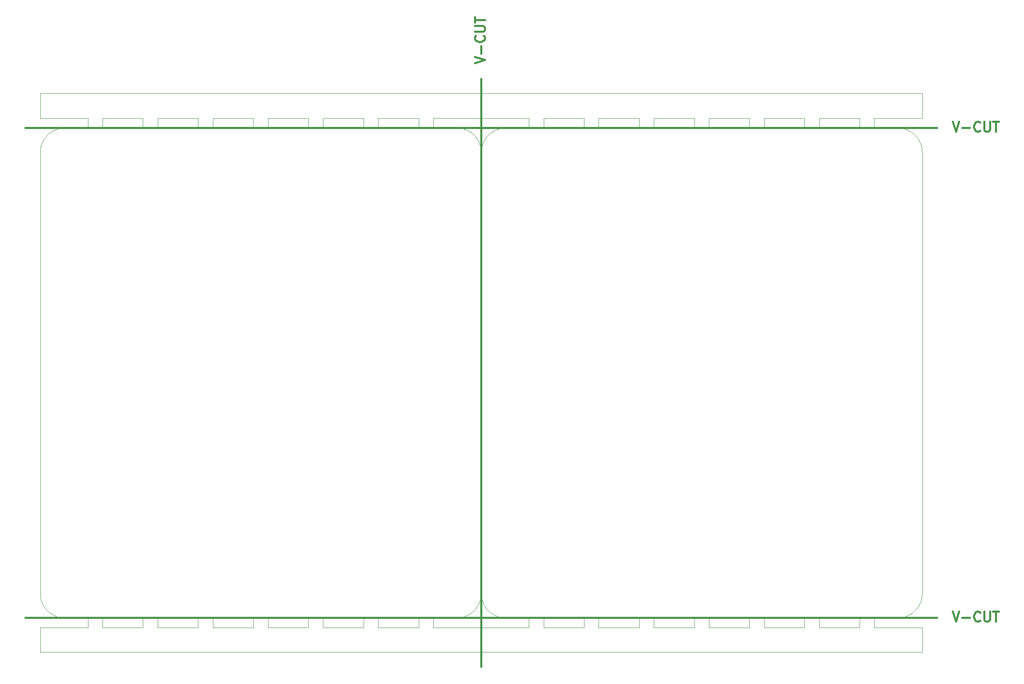
<source format=gbr>
%TF.GenerationSoftware,KiCad,Pcbnew,(7.0.0-0)*%
%TF.CreationDate,2023-03-25T06:16:28-04:00*%
%TF.ProjectId,KwartzLab-SensorBoard-Rev1-Panel,4b776172-747a-44c6-9162-2d53656e736f,1*%
%TF.SameCoordinates,Original*%
%TF.FileFunction,Profile,NP*%
%FSLAX46Y46*%
G04 Gerber Fmt 4.6, Leading zero omitted, Abs format (unit mm)*
G04 Created by KiCad (PCBNEW (7.0.0-0)) date 2023-03-25 06:16:28*
%MOMM*%
%LPD*%
G01*
G04 APERTURE LIST*
%TA.AperFunction,Profile*%
%ADD10C,0.100000*%
%TD*%
%TA.AperFunction,Profile*%
%ADD11C,0.400000*%
%TD*%
%ADD12C,0.400000*%
G04 APERTURE END LIST*
D10*
X142963467Y-27311239D02*
X142728214Y-27405210D01*
X229657182Y-122000000D02*
X229657194Y-32000000D01*
X229554843Y-30993505D02*
X229497579Y-30746735D01*
X70732103Y-27000000D02*
X62487454Y-27000000D01*
X228281153Y-28555161D02*
X228102024Y-28376031D01*
X139757652Y-31242861D02*
X139725647Y-31494158D01*
X53985667Y-126942341D02*
X54236964Y-126974346D01*
X138803810Y-124856338D02*
X138943214Y-124644817D01*
X141076030Y-28555165D02*
X140906203Y-28743137D01*
X229427878Y-123496814D02*
X229497567Y-123253261D01*
X118710697Y-27000000D02*
X118710697Y-25000000D01*
X225663676Y-27102348D02*
X225414322Y-27057656D01*
X137956863Y-28206205D02*
X137760530Y-28046117D01*
X70732103Y-25000000D02*
X70732103Y-27000000D01*
X229497567Y-123253261D02*
X229554831Y-123006491D01*
X51118842Y-28555165D02*
X50949015Y-28743137D01*
X205667894Y-25000000D02*
X205667894Y-25000000D01*
X59487454Y-27000000D02*
X54742806Y-27000000D01*
X137556334Y-126103811D02*
X137760523Y-125953873D01*
X140328260Y-124426509D02*
X140456772Y-124644820D01*
X50788927Y-28939470D02*
X50638988Y-29143658D01*
X51485943Y-125793790D02*
X51682276Y-125953878D01*
X229631540Y-31494157D02*
X229599535Y-31242859D01*
X53245990Y-27229303D02*
X53006279Y-27311239D01*
X194423244Y-129000000D02*
X186178594Y-129000000D01*
X142728214Y-27405210D02*
X142498023Y-27510977D01*
X160689294Y-27000000D02*
X152444644Y-27000000D01*
X208667894Y-126999990D02*
X216912544Y-126999989D01*
X49845156Y-30993507D02*
X49800464Y-31242861D01*
X141255159Y-125623963D02*
X141443131Y-125793790D01*
X126955345Y-25000000D02*
X126955345Y-27000000D01*
X134699994Y-27000000D02*
X129955345Y-27000000D01*
X107466048Y-27000000D02*
X107466048Y-25000000D01*
X84976751Y-27000000D02*
X84976751Y-25000000D01*
X229554831Y-123006491D02*
X229599523Y-122757138D01*
X208667894Y-27000000D02*
X208667894Y-25000000D01*
X118710697Y-126999990D02*
X126955345Y-126999989D01*
X139693576Y-122253245D02*
X139699994Y-122000000D01*
X50054045Y-123736526D02*
X50148016Y-123971779D01*
X216912544Y-126999989D02*
X216912544Y-129000000D01*
X160689294Y-129000000D02*
X152444644Y-129000000D01*
X81976751Y-27000000D02*
X73732103Y-27000000D01*
X73732103Y-25000000D02*
X81976751Y-25000000D01*
X138144836Y-28376031D02*
X137956863Y-28206205D01*
X142498023Y-126489022D02*
X142728214Y-126594789D01*
X216912544Y-25000000D02*
X216912544Y-27000000D01*
X229251981Y-30028217D02*
X229146215Y-29798026D01*
X140456772Y-29355179D02*
X140328260Y-29573490D01*
X229146215Y-29798026D02*
X229028925Y-29573486D01*
X226859157Y-27510973D02*
X226628965Y-27405207D01*
X227083696Y-27628262D02*
X226859157Y-27510973D01*
X96221400Y-126999993D02*
X104466048Y-126999992D01*
X126955345Y-27000000D02*
X118710697Y-27000000D01*
X49742806Y-122000000D02*
X49749223Y-122253245D01*
X49749223Y-122253245D02*
X49768459Y-122505841D01*
X228611069Y-28939466D02*
X228450981Y-28743133D01*
X134699994Y-126999987D02*
X134953239Y-126993571D01*
X118710697Y-25000000D02*
X126955345Y-25000000D01*
X136671772Y-126594781D02*
X136901963Y-126489015D01*
X135953258Y-27159611D02*
X135706488Y-27102348D01*
X49800464Y-122757138D02*
X49845156Y-123006492D01*
X228281145Y-125444830D02*
X228450971Y-125256858D01*
X174933944Y-25000000D02*
X183178594Y-25000000D01*
X228450981Y-28743133D02*
X228281153Y-28555161D01*
X143446731Y-27159614D02*
X143203178Y-27229303D01*
X228450971Y-125256858D02*
X228611060Y-125060526D01*
X104466048Y-27000000D02*
X96221400Y-27000000D01*
X140105204Y-30028220D02*
X140011233Y-30263473D01*
X205667894Y-129000000D02*
X197423244Y-129000000D01*
X49742806Y-32000000D02*
X49742806Y-122000000D01*
X51886464Y-27896182D02*
X51682276Y-28046121D01*
X141255159Y-28376036D02*
X141076030Y-28555165D01*
X70732103Y-126999997D02*
X70732103Y-129000000D01*
X53245990Y-126770696D02*
X53489543Y-126840385D01*
X160689294Y-25000000D02*
X160689294Y-27000000D01*
X227302007Y-27756774D02*
X227083696Y-27628262D01*
X143942855Y-126942341D02*
X144194152Y-126974346D01*
X144699994Y-127000000D02*
X149444644Y-126999999D01*
X149444644Y-25000000D02*
X149444644Y-25000000D01*
X224910428Y-27006416D02*
X224657182Y-27000000D01*
X50949015Y-28743137D02*
X50788927Y-28939470D01*
X54742806Y-127000000D02*
X59487454Y-126999999D01*
X226859151Y-126489015D02*
X227083690Y-126371726D01*
X52097985Y-27756778D02*
X51886464Y-27896182D01*
X152444644Y-126999998D02*
X160689294Y-126999997D01*
X229599535Y-31242859D02*
X229554843Y-30993505D01*
X140456772Y-124644820D02*
X140596176Y-124856341D01*
X229427889Y-30503182D02*
X229345953Y-30263471D01*
X139859608Y-30746737D02*
X139802344Y-30993507D01*
X143203178Y-27229303D02*
X142963467Y-27311239D01*
X53006279Y-27311239D02*
X52771026Y-27405210D01*
X171933944Y-129000000D02*
X163689294Y-129000000D01*
X140210971Y-29798029D02*
X140105204Y-30028220D01*
X62487454Y-126999998D02*
X70732103Y-126999997D01*
X129955345Y-126999988D02*
X134699994Y-126999987D01*
X142728214Y-126594789D02*
X142963467Y-126688760D01*
X70732103Y-129000000D02*
X62487454Y-129000000D01*
X52316296Y-126371733D02*
X52540835Y-126489022D01*
X81976751Y-126999995D02*
X81976751Y-126999995D01*
X219912544Y-25000000D02*
X229657194Y-25000000D01*
X93221400Y-25000000D02*
X93221400Y-25000000D01*
X229657194Y-20000000D02*
X49742806Y-20000000D01*
X49972109Y-123496815D02*
X50054045Y-123736526D01*
X138493793Y-28743133D02*
X138323965Y-28555161D01*
X183178594Y-126999994D02*
X183178594Y-129000000D01*
X141843652Y-27896182D02*
X141639464Y-28046121D01*
X129955345Y-129000000D02*
X129955345Y-126999988D01*
X229599523Y-122757138D02*
X229631528Y-122505841D01*
X139706411Y-31746754D02*
X139699999Y-31999763D01*
X227717711Y-125953873D02*
X227914043Y-125793785D01*
X50949015Y-125256862D02*
X51118842Y-125444834D01*
X139189016Y-124201968D02*
X139294782Y-123971777D01*
X229028925Y-29573486D02*
X228900413Y-29355176D01*
X54489560Y-27006417D02*
X54236964Y-27025653D01*
X227914043Y-125793785D02*
X228102015Y-125623959D01*
X52771026Y-27405210D02*
X52540835Y-27510977D01*
X52540835Y-27510977D02*
X52316296Y-27628266D01*
X135953255Y-126840376D02*
X136196808Y-126770687D01*
X208667894Y-25000000D02*
X216912544Y-25000000D01*
X228102024Y-28376031D02*
X227914051Y-28206205D01*
X50148016Y-123971779D02*
X50253783Y-124201970D01*
X141443131Y-28206209D02*
X141255159Y-28376036D01*
X219912544Y-126999988D02*
X224657182Y-126999987D01*
X219912544Y-27000000D02*
X219912544Y-25000000D01*
X136436523Y-27311236D02*
X136196812Y-27229300D01*
X137760530Y-28046117D02*
X137556341Y-27896178D01*
X50371072Y-29573490D02*
X50253783Y-29798029D01*
X140011233Y-30263473D02*
X139929297Y-30503184D01*
X137556341Y-27896178D02*
X137344819Y-27756774D01*
X62487454Y-27000000D02*
X62487454Y-25000000D01*
X197423244Y-25000000D02*
X205667894Y-25000000D01*
X149444644Y-25000000D02*
X149444644Y-27000000D01*
X96221400Y-27000000D02*
X96221400Y-25000000D01*
X50371072Y-124426509D02*
X50499584Y-124644820D01*
X50499584Y-29355179D02*
X50371072Y-29573490D01*
X226153996Y-126770687D02*
X226393707Y-126688752D01*
X194423244Y-126999992D02*
X194423244Y-126999992D01*
X54236964Y-27025653D02*
X53985667Y-27057658D01*
X174933944Y-129000000D02*
X174933944Y-126999995D01*
X49800464Y-31242861D02*
X49768459Y-31494158D01*
X53736313Y-126897649D02*
X53985667Y-126942341D01*
X126955345Y-126999989D02*
X126955345Y-129000000D01*
X135457134Y-27057656D02*
X135205836Y-27025652D01*
X141843652Y-126103817D02*
X142055173Y-126243221D01*
X160689294Y-25000000D02*
X160689294Y-25000000D01*
X136901969Y-27510973D02*
X136671777Y-27405207D01*
X152444644Y-25000000D02*
X160689294Y-25000000D01*
X144446748Y-27006417D02*
X144194152Y-27025653D01*
D11*
X139701400Y-17000000D02*
X139701400Y-137000000D01*
D10*
X194423244Y-27000000D02*
X186178594Y-27000000D01*
X205667894Y-126999990D02*
X205667894Y-129000000D01*
X216912544Y-25000000D02*
X216912544Y-25000000D01*
X163689294Y-129000000D02*
X163689294Y-126999997D01*
X139929297Y-30503184D02*
X139859608Y-30746737D01*
X144699994Y-27000000D02*
X144446748Y-27006417D01*
X134699994Y-126999987D02*
X134699994Y-126999987D01*
X107466048Y-129000000D02*
X107466048Y-126999992D01*
X229657194Y-20000000D02*
X229657194Y-20000000D01*
X52316296Y-27628266D02*
X52097985Y-27756778D01*
X224657182Y-27000000D02*
X219912544Y-27000000D01*
X225163024Y-27025652D02*
X224910428Y-27006416D01*
X149444644Y-27000000D02*
X144699994Y-27000000D01*
X81976751Y-25000000D02*
X81976751Y-25000000D01*
X138323965Y-28555161D02*
X138144836Y-28376031D01*
X139802344Y-30993507D02*
X139757652Y-31242861D01*
X205667894Y-25000000D02*
X205667894Y-27000000D01*
X138653881Y-28939466D02*
X138493793Y-28743133D01*
X144194152Y-27025653D02*
X143942855Y-27057658D01*
X139699999Y-31999763D02*
X139693588Y-31746753D01*
X139597655Y-30993505D02*
X139540391Y-30746735D01*
X139725647Y-31494158D02*
X139706411Y-31746754D01*
X225910446Y-27159611D02*
X225663676Y-27102348D01*
X139725647Y-122505841D02*
X139757652Y-122757138D01*
X142055173Y-126243221D02*
X142273484Y-126371733D01*
X186178594Y-126999993D02*
X194423244Y-126999992D01*
X96221400Y-25000000D02*
X104466048Y-25000000D01*
X140105204Y-123971779D02*
X140210971Y-124201970D01*
X139470690Y-123496814D02*
X139540379Y-123253261D01*
X137344819Y-27756774D02*
X137126508Y-27628262D01*
X216912544Y-126999989D02*
X216912544Y-126999989D01*
X81976751Y-129000000D02*
X73732103Y-129000000D01*
X137760523Y-125953873D02*
X137956855Y-125793785D01*
X139642347Y-31242859D02*
X139597655Y-30993505D01*
X139294782Y-123971777D02*
X139388754Y-123736524D01*
X219912544Y-129000000D02*
X219912544Y-126999988D01*
X139859608Y-123253262D02*
X139929297Y-123496815D01*
X53985667Y-27057658D02*
X53736313Y-27102350D01*
X84976751Y-25000000D02*
X93221400Y-25000000D01*
X104466048Y-25000000D02*
X104466048Y-25000000D01*
X183178594Y-27000000D02*
X174933944Y-27000000D01*
X138653872Y-125060526D02*
X138803810Y-124856338D01*
X143446731Y-126840385D02*
X143693501Y-126897649D01*
X205667894Y-126999990D02*
X205667894Y-126999990D01*
X224657182Y-126999987D02*
X224910427Y-126993571D01*
X104466048Y-126999992D02*
X104466048Y-126999992D01*
X140011233Y-123736526D02*
X140105204Y-123971779D01*
X107466048Y-25000000D02*
X115710697Y-25000000D01*
X50638988Y-124856341D02*
X50788927Y-125060529D01*
X138493783Y-125256858D02*
X138653872Y-125060526D01*
X73732103Y-129000000D02*
X73732103Y-126999997D01*
X139189027Y-29798026D02*
X139071737Y-29573486D01*
X143942855Y-27057658D02*
X143693501Y-27102350D01*
X137126508Y-27628262D02*
X136901969Y-27510973D01*
X81976751Y-25000000D02*
X81976751Y-27000000D01*
X227513522Y-126103811D02*
X227717711Y-125953873D01*
X129955345Y-27000000D02*
X129955345Y-25000000D01*
X152444644Y-27000000D02*
X152444644Y-25000000D01*
X226154000Y-27229300D02*
X225910446Y-27159611D01*
X115710697Y-126999990D02*
X115710697Y-126999990D01*
X142055173Y-27756778D02*
X141843652Y-27896182D01*
X228102015Y-125623959D02*
X228281145Y-125444830D01*
X229657194Y-25000000D02*
X229657194Y-20000000D01*
X126955345Y-25000000D02*
X126955345Y-25000000D01*
X229650764Y-122253245D02*
X229657182Y-122000000D01*
X229657194Y-129000000D02*
X219912544Y-129000000D01*
X194423244Y-126999992D02*
X194423244Y-129000000D01*
X84976751Y-129000000D02*
X84976751Y-126999995D01*
X135205836Y-27025652D02*
X134953240Y-27006416D01*
X152444644Y-129000000D02*
X152444644Y-126999998D01*
X54742806Y-27000000D02*
X54489560Y-27006417D01*
X129955345Y-25000000D02*
X149444644Y-25000000D01*
X138323957Y-125444830D02*
X138493783Y-125256858D01*
X137126502Y-126371726D02*
X137344813Y-126243215D01*
X194423244Y-25000000D02*
X194423244Y-25000000D01*
X227302001Y-126243215D02*
X227513522Y-126103811D01*
X115710697Y-25000000D02*
X115710697Y-27000000D01*
X139071726Y-124426507D02*
X139189016Y-124201968D01*
X52097985Y-126243221D02*
X52316296Y-126371733D01*
X139388765Y-30263471D02*
X139294793Y-30028217D01*
X149444644Y-126999999D02*
X149444644Y-129000000D01*
X93221400Y-25000000D02*
X93221400Y-27000000D01*
X49742806Y-129000000D02*
X49742806Y-134000000D01*
X229345953Y-30263471D02*
X229251981Y-30028217D01*
X216912544Y-27000000D02*
X208667894Y-27000000D01*
X104466048Y-129000000D02*
X96221400Y-129000000D01*
X49902420Y-30746737D02*
X49845156Y-30993507D01*
X140906203Y-125256862D02*
X141076030Y-125444834D01*
X53489543Y-27159614D02*
X53245990Y-27229303D01*
X139706411Y-122253245D02*
X139725647Y-122505841D01*
X62487454Y-25000000D02*
X70732103Y-25000000D01*
X226393707Y-126688752D02*
X226628960Y-126594781D01*
X115710697Y-126999990D02*
X115710697Y-129000000D01*
X225414322Y-27057656D02*
X225163024Y-27025652D01*
X160689294Y-126999997D02*
X160689294Y-126999997D01*
X126955345Y-126999989D02*
X126955345Y-126999989D01*
X229657194Y-134000000D02*
X229657194Y-129000000D01*
X197423244Y-27000000D02*
X197423244Y-25000000D01*
X118710697Y-129000000D02*
X118710697Y-126999990D01*
X186178594Y-129000000D02*
X186178594Y-126999993D01*
X144194152Y-126974346D02*
X144446748Y-126993582D01*
X49902420Y-123253262D02*
X49972109Y-123496815D01*
X50499584Y-124644820D02*
X50638988Y-124856341D01*
X51886464Y-126103817D02*
X52097985Y-126243221D01*
X134953239Y-126993571D02*
X135205835Y-126974335D01*
X141639464Y-125953878D02*
X141843652Y-126103817D01*
X139294793Y-30028217D02*
X139189027Y-29798026D01*
X62487454Y-129000000D02*
X62487454Y-126999998D01*
D11*
X46742806Y-127000000D02*
X232657194Y-127000000D01*
D10*
X135457132Y-126942331D02*
X135706485Y-126897640D01*
X138943225Y-29355176D02*
X138803820Y-29143655D01*
X149444644Y-129000000D02*
X129955345Y-129000000D01*
X143693501Y-126897649D02*
X143942855Y-126942341D01*
D11*
X46742806Y-27000000D02*
X232657194Y-27000000D01*
D10*
X227717718Y-28046117D02*
X227513529Y-27896178D01*
X50054045Y-30263473D02*
X49972109Y-30503184D01*
X139929297Y-123496815D02*
X140011233Y-123736526D01*
X174933944Y-126999995D02*
X183178594Y-126999994D01*
X140746115Y-125060529D02*
X140906203Y-125256862D01*
X225414320Y-126942331D02*
X225663673Y-126897640D01*
X51297971Y-125623963D02*
X51485943Y-125793790D01*
X197423244Y-126999992D02*
X205667894Y-126999990D01*
X96221400Y-129000000D02*
X96221400Y-126999993D01*
X228900402Y-124644817D02*
X229028914Y-124426507D01*
X140596176Y-29143658D02*
X140456772Y-29355179D01*
X49768459Y-31494158D02*
X49749223Y-31746754D01*
X53736313Y-27102350D02*
X53489543Y-27159614D01*
X93221400Y-126999994D02*
X93221400Y-126999994D01*
X141443131Y-125793790D02*
X141639464Y-125953878D01*
X104466048Y-25000000D02*
X104466048Y-27000000D01*
X163689294Y-27000000D02*
X163689294Y-25000000D01*
X139802344Y-123006492D02*
X139859608Y-123253262D01*
X51682276Y-125953878D02*
X51886464Y-126103817D01*
X228760998Y-124856338D02*
X228900402Y-124644817D01*
X139699994Y-122000000D02*
X139706411Y-122253245D01*
X139642335Y-122757138D02*
X139674340Y-122505841D01*
X50253783Y-29798029D02*
X50148016Y-30028220D01*
X51118842Y-125444834D02*
X51297971Y-125623963D01*
X174933944Y-27000000D02*
X174933944Y-25000000D01*
X93221400Y-126999994D02*
X93221400Y-129000000D01*
X140596176Y-124856341D02*
X140746115Y-125060529D01*
X104466048Y-126999992D02*
X104466048Y-129000000D01*
X163689294Y-126999997D02*
X171933944Y-126999995D01*
X70732103Y-25000000D02*
X70732103Y-25000000D01*
X136671777Y-27405207D02*
X136436523Y-27311236D01*
X171933944Y-25000000D02*
X171933944Y-25000000D01*
X142498023Y-27510977D02*
X142273484Y-27628266D01*
X73732103Y-27000000D02*
X73732103Y-25000000D01*
X186178594Y-27000000D02*
X186178594Y-25000000D01*
X139757652Y-122757138D02*
X139802344Y-123006492D01*
X139597643Y-123006491D02*
X139642335Y-122757138D01*
X135706488Y-27102348D02*
X135457134Y-27057656D01*
X140746115Y-28939470D02*
X140596176Y-29143658D01*
X136196812Y-27229300D02*
X135953258Y-27159611D01*
X229497579Y-30746735D02*
X229427889Y-30503182D01*
X50253783Y-124201970D02*
X50371072Y-124426509D01*
X160689294Y-126999997D02*
X160689294Y-129000000D01*
X142273484Y-126371733D02*
X142498023Y-126489022D01*
X205667894Y-27000000D02*
X197423244Y-27000000D01*
X216912544Y-129000000D02*
X208667894Y-129000000D01*
X143203178Y-126770696D02*
X143446731Y-126840385D01*
X49742806Y-25000000D02*
X59487454Y-25000000D01*
X142963467Y-126688760D02*
X143203178Y-126770696D01*
X224910427Y-126993571D02*
X225163023Y-126974335D01*
X138943214Y-124644817D02*
X139071726Y-124426507D01*
X93221400Y-27000000D02*
X84976751Y-27000000D01*
X139388754Y-123736524D02*
X139470690Y-123496814D01*
X139071737Y-29573486D02*
X138943225Y-29355176D01*
X139540379Y-123253261D02*
X139597643Y-123006491D01*
X52540835Y-126489022D02*
X52771026Y-126594789D01*
X227513529Y-27896178D02*
X227302007Y-27756774D01*
X163689294Y-25000000D02*
X171933944Y-25000000D01*
X229631528Y-122505841D02*
X229650764Y-122253245D01*
X229028914Y-124426507D02*
X229146204Y-124201968D01*
X208667894Y-129000000D02*
X208667894Y-126999990D01*
X229657194Y-32000000D02*
X229650776Y-31746753D01*
X227083690Y-126371726D02*
X227302001Y-126243215D01*
X50638988Y-29143658D02*
X50499584Y-29355179D01*
X53006279Y-126688760D02*
X53245990Y-126770696D01*
X141639464Y-28046121D02*
X141443131Y-28206209D01*
X115710697Y-25000000D02*
X115710697Y-25000000D01*
X229251970Y-123971777D02*
X229345942Y-123736524D01*
X84976751Y-126999995D02*
X93221400Y-126999994D01*
X70732103Y-126999997D02*
X70732103Y-126999997D01*
X49749223Y-31746754D02*
X49742806Y-32000000D01*
X51682276Y-28046121D02*
X51485943Y-28206209D01*
X225910443Y-126840376D02*
X226153996Y-126770687D01*
X197423244Y-129000000D02*
X197423244Y-126999992D01*
X225163023Y-126974335D02*
X225414320Y-126942331D01*
X171933944Y-27000000D02*
X163689294Y-27000000D01*
X54489560Y-126993582D02*
X54742806Y-127000000D01*
X143693501Y-27102350D02*
X143446731Y-27159614D01*
X138144827Y-125623959D02*
X138323957Y-125444830D01*
X142273484Y-27628266D02*
X142055173Y-27756778D01*
X226393711Y-27311236D02*
X226154000Y-27229300D01*
X140210971Y-124201970D02*
X140328260Y-124426509D01*
X51485943Y-28206209D02*
X51297971Y-28376036D01*
X226628960Y-126594781D02*
X226859151Y-126489015D01*
X183178594Y-126999994D02*
X183178594Y-126999994D01*
X115710697Y-27000000D02*
X107466048Y-27000000D01*
X136196808Y-126770687D02*
X136436519Y-126688752D01*
X134953240Y-27006416D02*
X134699994Y-27000000D01*
X183178594Y-129000000D02*
X174933944Y-129000000D01*
X186178594Y-25000000D02*
X194423244Y-25000000D01*
X229650776Y-31746753D02*
X229631540Y-31494157D01*
X139674340Y-122505841D02*
X139693576Y-122253245D01*
X49742806Y-134000000D02*
X229657194Y-134000000D01*
X137956855Y-125793785D02*
X138144827Y-125623959D01*
X229146204Y-124201968D02*
X229251970Y-123971777D01*
X139470701Y-30503182D02*
X139388765Y-30263471D01*
X183178594Y-25000000D02*
X183178594Y-25000000D01*
X54236964Y-126974346D02*
X54489560Y-126993582D01*
X228900413Y-29355176D02*
X228761008Y-29143655D01*
X229345942Y-123736524D02*
X229427878Y-123496814D01*
X53489543Y-126840385D02*
X53736313Y-126897649D01*
X183178594Y-25000000D02*
X183178594Y-27000000D01*
X52771026Y-126594789D02*
X53006279Y-126688760D01*
X59487454Y-126999999D02*
X59487454Y-129000000D01*
X49768459Y-122505841D02*
X49800464Y-122757138D01*
X81976751Y-126999995D02*
X81976751Y-129000000D01*
X139693588Y-31746753D02*
X139674352Y-31494157D01*
X225663673Y-126897640D02*
X225910443Y-126840376D01*
X140328260Y-29573490D02*
X140210971Y-29798029D01*
X49972109Y-30503184D02*
X49902420Y-30746737D01*
X137344813Y-126243215D02*
X137556334Y-126103811D01*
X141076030Y-125444834D02*
X141255159Y-125623963D01*
X73732103Y-126999997D02*
X81976751Y-126999995D01*
X93221400Y-129000000D02*
X84976751Y-129000000D01*
X126955345Y-129000000D02*
X118710697Y-129000000D01*
X135706485Y-126897640D02*
X135953255Y-126840376D01*
X139674352Y-31494157D02*
X139642347Y-31242859D01*
X228611060Y-125060526D02*
X228760998Y-124856338D01*
X171933944Y-126999995D02*
X171933944Y-129000000D01*
X138803820Y-29143655D02*
X138653881Y-28939466D01*
X50788927Y-125060529D02*
X50949015Y-125256862D01*
X171933944Y-126999995D02*
X171933944Y-126999995D01*
X59487454Y-129000000D02*
X49742806Y-129000000D01*
X115710697Y-129000000D02*
X107466048Y-129000000D01*
X228761008Y-29143655D02*
X228611069Y-28939466D01*
X59487454Y-25000000D02*
X59487454Y-27000000D01*
X136901963Y-126489015D02*
X137126502Y-126371726D01*
X136436519Y-126688752D02*
X136671772Y-126594781D01*
X227914051Y-28206205D02*
X227717718Y-28046117D01*
X50148016Y-30028220D02*
X50054045Y-30263473D01*
X144446748Y-126993582D02*
X144699994Y-127000000D01*
X49845156Y-123006492D02*
X49902420Y-123253262D01*
X49742806Y-20000000D02*
X49742806Y-25000000D01*
X140906203Y-28743137D02*
X140746115Y-28939470D01*
X107466048Y-126999992D02*
X115710697Y-126999990D01*
X139540391Y-30746735D02*
X139470701Y-30503182D01*
X135205835Y-126974335D02*
X135457132Y-126942331D01*
X171933944Y-25000000D02*
X171933944Y-27000000D01*
X194423244Y-25000000D02*
X194423244Y-27000000D01*
X51297971Y-28376036D02*
X51118842Y-28555165D01*
X226628965Y-27405207D02*
X226393711Y-27311236D01*
D12*
X235847670Y-125734761D02*
X236514336Y-127734761D01*
X236514336Y-127734761D02*
X237181003Y-125734761D01*
X237847670Y-126972857D02*
X239371480Y-126972857D01*
X241466717Y-127544285D02*
X241371479Y-127639523D01*
X241371479Y-127639523D02*
X241085765Y-127734761D01*
X241085765Y-127734761D02*
X240895289Y-127734761D01*
X240895289Y-127734761D02*
X240609574Y-127639523D01*
X240609574Y-127639523D02*
X240419098Y-127449047D01*
X240419098Y-127449047D02*
X240323860Y-127258571D01*
X240323860Y-127258571D02*
X240228622Y-126877619D01*
X240228622Y-126877619D02*
X240228622Y-126591904D01*
X240228622Y-126591904D02*
X240323860Y-126210952D01*
X240323860Y-126210952D02*
X240419098Y-126020476D01*
X240419098Y-126020476D02*
X240609574Y-125830000D01*
X240609574Y-125830000D02*
X240895289Y-125734761D01*
X240895289Y-125734761D02*
X241085765Y-125734761D01*
X241085765Y-125734761D02*
X241371479Y-125830000D01*
X241371479Y-125830000D02*
X241466717Y-125925238D01*
X242323860Y-125734761D02*
X242323860Y-127353809D01*
X242323860Y-127353809D02*
X242419098Y-127544285D01*
X242419098Y-127544285D02*
X242514336Y-127639523D01*
X242514336Y-127639523D02*
X242704812Y-127734761D01*
X242704812Y-127734761D02*
X243085765Y-127734761D01*
X243085765Y-127734761D02*
X243276241Y-127639523D01*
X243276241Y-127639523D02*
X243371479Y-127544285D01*
X243371479Y-127544285D02*
X243466717Y-127353809D01*
X243466717Y-127353809D02*
X243466717Y-125734761D01*
X244133384Y-125734761D02*
X245276241Y-125734761D01*
X244704812Y-127734761D02*
X244704812Y-125734761D01*
X235847670Y-25734761D02*
X236514336Y-27734761D01*
X236514336Y-27734761D02*
X237181003Y-25734761D01*
X237847670Y-26972857D02*
X239371480Y-26972857D01*
X241466717Y-27544285D02*
X241371479Y-27639523D01*
X241371479Y-27639523D02*
X241085765Y-27734761D01*
X241085765Y-27734761D02*
X240895289Y-27734761D01*
X240895289Y-27734761D02*
X240609574Y-27639523D01*
X240609574Y-27639523D02*
X240419098Y-27449047D01*
X240419098Y-27449047D02*
X240323860Y-27258571D01*
X240323860Y-27258571D02*
X240228622Y-26877619D01*
X240228622Y-26877619D02*
X240228622Y-26591904D01*
X240228622Y-26591904D02*
X240323860Y-26210952D01*
X240323860Y-26210952D02*
X240419098Y-26020476D01*
X240419098Y-26020476D02*
X240609574Y-25830000D01*
X240609574Y-25830000D02*
X240895289Y-25734761D01*
X240895289Y-25734761D02*
X241085765Y-25734761D01*
X241085765Y-25734761D02*
X241371479Y-25830000D01*
X241371479Y-25830000D02*
X241466717Y-25925238D01*
X242323860Y-25734761D02*
X242323860Y-27353809D01*
X242323860Y-27353809D02*
X242419098Y-27544285D01*
X242419098Y-27544285D02*
X242514336Y-27639523D01*
X242514336Y-27639523D02*
X242704812Y-27734761D01*
X242704812Y-27734761D02*
X243085765Y-27734761D01*
X243085765Y-27734761D02*
X243276241Y-27639523D01*
X243276241Y-27639523D02*
X243371479Y-27544285D01*
X243371479Y-27544285D02*
X243466717Y-27353809D01*
X243466717Y-27353809D02*
X243466717Y-25734761D01*
X244133384Y-25734761D02*
X245276241Y-25734761D01*
X244704812Y-27734761D02*
X244704812Y-25734761D01*
X138436161Y-13809523D02*
X140436161Y-13142857D01*
X140436161Y-13142857D02*
X138436161Y-12476190D01*
X139674257Y-11809523D02*
X139674257Y-10285714D01*
X140245685Y-8190476D02*
X140340923Y-8285714D01*
X140340923Y-8285714D02*
X140436161Y-8571428D01*
X140436161Y-8571428D02*
X140436161Y-8761904D01*
X140436161Y-8761904D02*
X140340923Y-9047619D01*
X140340923Y-9047619D02*
X140150447Y-9238095D01*
X140150447Y-9238095D02*
X139959971Y-9333333D01*
X139959971Y-9333333D02*
X139579019Y-9428571D01*
X139579019Y-9428571D02*
X139293304Y-9428571D01*
X139293304Y-9428571D02*
X138912352Y-9333333D01*
X138912352Y-9333333D02*
X138721876Y-9238095D01*
X138721876Y-9238095D02*
X138531400Y-9047619D01*
X138531400Y-9047619D02*
X138436161Y-8761904D01*
X138436161Y-8761904D02*
X138436161Y-8571428D01*
X138436161Y-8571428D02*
X138531400Y-8285714D01*
X138531400Y-8285714D02*
X138626638Y-8190476D01*
X138436161Y-7333333D02*
X140055209Y-7333333D01*
X140055209Y-7333333D02*
X140245685Y-7238095D01*
X140245685Y-7238095D02*
X140340923Y-7142857D01*
X140340923Y-7142857D02*
X140436161Y-6952381D01*
X140436161Y-6952381D02*
X140436161Y-6571428D01*
X140436161Y-6571428D02*
X140340923Y-6380952D01*
X140340923Y-6380952D02*
X140245685Y-6285714D01*
X140245685Y-6285714D02*
X140055209Y-6190476D01*
X140055209Y-6190476D02*
X138436161Y-6190476D01*
X138436161Y-5523809D02*
X138436161Y-4380952D01*
X140436161Y-4952381D02*
X138436161Y-4952381D01*
M02*

</source>
